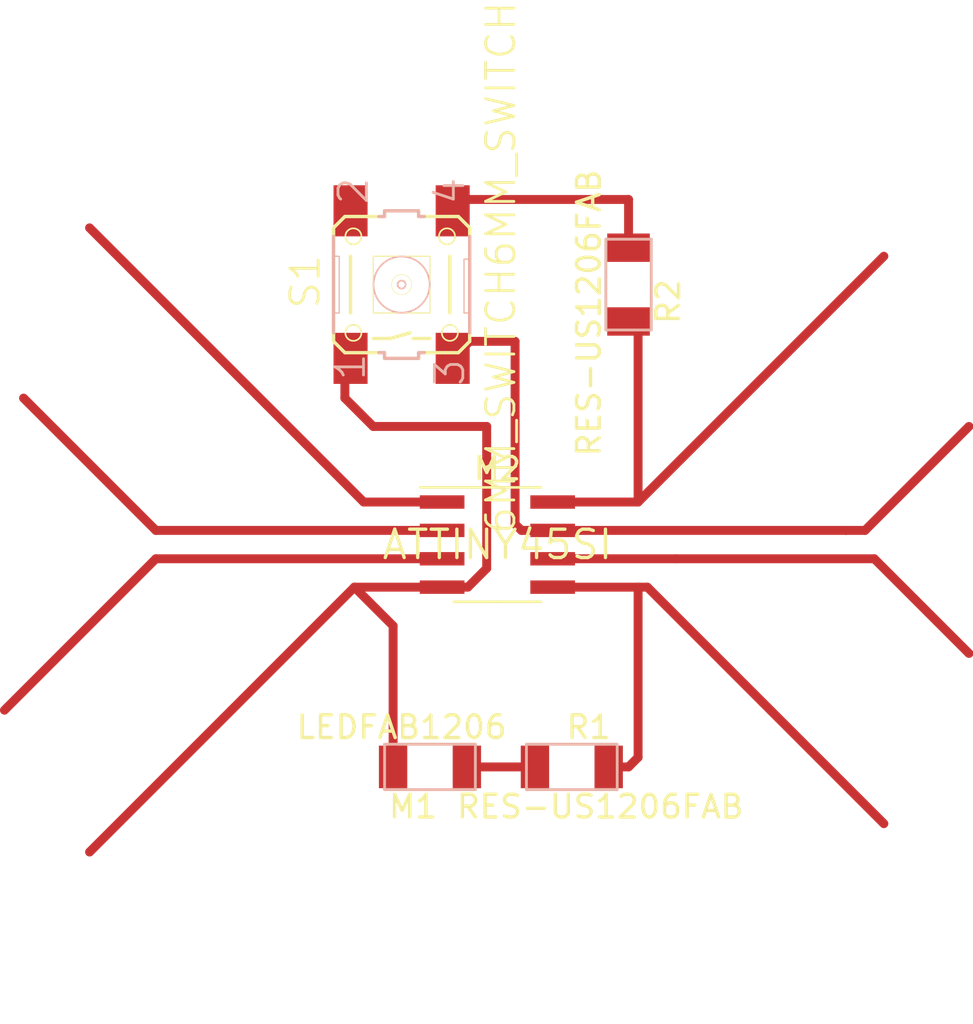
<source format=kicad_pcb>
(kicad_pcb (version 20171130) (host pcbnew "(5.1.9-0-10_14)")

  (general
    (thickness 1.6)
    (drawings 1)
    (tracks 43)
    (zones 0)
    (modules 5)
    (nets 12)
  )

  (page A4)
  (layers
    (0 F.Cu signal)
    (31 B.Cu signal)
    (32 B.Adhes user)
    (33 F.Adhes user)
    (34 B.Paste user)
    (35 F.Paste user)
    (36 B.SilkS user)
    (37 F.SilkS user)
    (38 B.Mask user)
    (39 F.Mask user)
    (40 Dwgs.User user)
    (41 Cmts.User user)
    (42 Eco1.User user)
    (43 Eco2.User user)
    (44 Edge.Cuts user)
    (45 Margin user)
    (46 B.CrtYd user)
    (47 F.CrtYd user)
    (48 B.Fab user)
    (49 F.Fab user)
  )

  (setup
    (last_trace_width 0.5)
    (trace_clearance 0.4)
    (zone_clearance 0.508)
    (zone_45_only no)
    (trace_min 0.4)
    (via_size 0.8)
    (via_drill 0.4)
    (via_min_size 0.4)
    (via_min_drill 0.3)
    (uvia_size 0.3)
    (uvia_drill 0.1)
    (uvias_allowed no)
    (uvia_min_size 0.2)
    (uvia_min_drill 0.1)
    (edge_width 0.05)
    (segment_width 0.2)
    (pcb_text_width 0.3)
    (pcb_text_size 1.5 1.5)
    (mod_edge_width 0.12)
    (mod_text_size 1 1)
    (mod_text_width 0.15)
    (pad_size 1.524 1.524)
    (pad_drill 0.762)
    (pad_to_mask_clearance 0)
    (aux_axis_origin 0 0)
    (visible_elements FFFFFF7F)
    (pcbplotparams
      (layerselection 0x010fc_ffffffff)
      (usegerberextensions false)
      (usegerberattributes true)
      (usegerberadvancedattributes true)
      (creategerberjobfile true)
      (excludeedgelayer true)
      (linewidth 0.100000)
      (plotframeref false)
      (viasonmask false)
      (mode 1)
      (useauxorigin false)
      (hpglpennumber 1)
      (hpglpenspeed 20)
      (hpglpendiameter 15.000000)
      (psnegative false)
      (psa4output false)
      (plotreference true)
      (plotvalue true)
      (plotinvisibletext false)
      (padsonsilk false)
      (subtractmaskfromsilk false)
      (outputformat 1)
      (mirror false)
      (drillshape 1)
      (scaleselection 1)
      (outputdirectory ""))
  )

  (net 0 "")
  (net 1 GND)
  (net 2 "Net-(M2-Pad1)")
  (net 3 "Net-(M2-Pad2)")
  (net 4 "Net-(M2-Pad3)")
  (net 5 "Net-(M2-Pad5)")
  (net 6 "Net-(M2-Pad6)")
  (net 7 7)
  (net 8 "Net-(M2-Pad8)")
  (net 9 "Net-(R2-Pad1)")
  (net 10 "Net-(M1-Pad1)")
  (net 11 "Net-(S1-Pad2)")

  (net_class Default "This is the default net class."
    (clearance 0.4)
    (trace_width 0.5)
    (via_dia 0.8)
    (via_drill 0.4)
    (uvia_dia 0.3)
    (uvia_drill 0.1)
    (diff_pair_width 0.5)
    (diff_pair_gap 0.25)
    (add_net 7)
    (add_net GND)
    (add_net "Net-(M1-Pad1)")
    (add_net "Net-(M2-Pad1)")
    (add_net "Net-(M2-Pad2)")
    (add_net "Net-(M2-Pad3)")
    (add_net "Net-(M2-Pad5)")
    (add_net "Net-(M2-Pad6)")
    (add_net "Net-(M2-Pad8)")
    (add_net "Net-(R2-Pad1)")
    (add_net "Net-(S1-Pad2)")
  )

  (module fab:fab-LED1206FAB (layer F.Cu) (tedit 200000) (tstamp 60425A82)
    (at -469.9 -396.24 180)
    (descr "LED1206 FAB STYLE (SMALLER PADS TO ALLOW TRACE BETWEEN)")
    (tags "LED1206 FAB STYLE (SMALLER PADS TO ALLOW TRACE BETWEEN)")
    (path /60438FE2)
    (attr smd)
    (fp_text reference M1 (at 0.762 -1.778) (layer F.SilkS)
      (effects (font (size 1.016 1.016) (thickness 0.1524)))
    )
    (fp_text value LEDFAB1206 (at 1.27 1.778) (layer F.SilkS)
      (effects (font (size 1.016 1.016) (thickness 0.1524)))
    )
    (fp_line (start -2.032 -1.016) (end 2.032 -1.016) (layer B.SilkS) (width 0.127))
    (fp_line (start 2.032 -1.016) (end 2.032 1.016) (layer B.SilkS) (width 0.127))
    (fp_line (start 2.032 1.016) (end -2.032 1.016) (layer B.SilkS) (width 0.127))
    (fp_line (start -2.032 1.016) (end -2.032 -1.016) (layer B.SilkS) (width 0.127))
    (pad 2 smd rect (at 1.651 0 180) (size 1.27 1.905) (layers F.Cu F.Paste F.Mask)
      (net 1 GND))
    (pad 1 smd rect (at -1.651 0 180) (size 1.27 1.905) (layers F.Cu F.Paste F.Mask)
      (net 10 "Net-(M1-Pad1)"))
  )

  (module fab:fab-6MM_SWITCH (layer F.Cu) (tedit 200000) (tstamp 604254EA)
    (at -471.17 -417.83 90)
    (descr "OMRON SWITCH")
    (tags "OMRON SWITCH")
    (path /6042A3CB)
    (attr smd)
    (fp_text reference S1 (at 0.127 -4.318 90) (layer F.SilkS)
      (effects (font (size 1.27 1.27) (thickness 0.127)))
    )
    (fp_text value 6MM_SWITCH6MM_SWITCH (at 0.762 4.445 90) (layer F.SilkS)
      (effects (font (size 1.27 1.27) (thickness 0.127)))
    )
    (fp_text user 4 (at 4.191 2.159 90) (layer B.SilkS)
      (effects (font (size 1.27 1.27) (thickness 0.127)))
    )
    (fp_text user 3 (at -3.937 2.159 90) (layer B.SilkS)
      (effects (font (size 1.27 1.27) (thickness 0.127)))
    )
    (fp_text user 2 (at 4.191 -2.159 90) (layer B.SilkS)
      (effects (font (size 1.27 1.27) (thickness 0.127)))
    )
    (fp_text user 1 (at -3.683 -2.286 90) (layer B.SilkS)
      (effects (font (size 1.27 1.27) (thickness 0.127)))
    )
    (fp_line (start 3.302 0.762) (end 3.048 0.762) (layer B.SilkS) (width 0.1524))
    (fp_line (start 3.302 0.762) (end 3.302 -0.762) (layer B.SilkS) (width 0.1524))
    (fp_line (start 3.048 -0.762) (end 3.302 -0.762) (layer B.SilkS) (width 0.1524))
    (fp_line (start 3.048 -1.016) (end 3.048 -2.54) (layer F.SilkS) (width 0.1524))
    (fp_line (start -3.302 -0.762) (end -3.048 -0.762) (layer B.SilkS) (width 0.1524))
    (fp_line (start -3.302 -0.762) (end -3.302 0.762) (layer B.SilkS) (width 0.1524))
    (fp_line (start -3.048 0.762) (end -3.302 0.762) (layer B.SilkS) (width 0.1524))
    (fp_line (start 3.048 -2.54) (end 2.54 -3.048) (layer F.SilkS) (width 0.1524))
    (fp_line (start 2.54 3.048) (end 3.048 2.54) (layer F.SilkS) (width 0.1524))
    (fp_line (start 3.048 2.54) (end 3.048 1.016) (layer F.SilkS) (width 0.1524))
    (fp_line (start -2.54 -3.048) (end -3.048 -2.54) (layer F.SilkS) (width 0.1524))
    (fp_line (start -3.048 -2.54) (end -3.048 -1.016) (layer F.SilkS) (width 0.1524))
    (fp_line (start -2.54 3.048) (end -3.048 2.54) (layer F.SilkS) (width 0.1524))
    (fp_line (start -3.048 2.54) (end -3.048 1.016) (layer F.SilkS) (width 0.1524))
    (fp_line (start -1.27 -1.27) (end -1.27 1.27) (layer F.SilkS) (width 0.0508))
    (fp_line (start 1.27 1.27) (end -1.27 1.27) (layer F.SilkS) (width 0.0508))
    (fp_line (start 1.27 1.27) (end 1.27 -1.27) (layer F.SilkS) (width 0.0508))
    (fp_line (start -1.27 -1.27) (end 1.27 -1.27) (layer F.SilkS) (width 0.0508))
    (fp_line (start -1.27 -3.048) (end -1.27 -2.794) (layer B.SilkS) (width 0.0508))
    (fp_line (start 1.27 -2.794) (end -1.27 -2.794) (layer B.SilkS) (width 0.0508))
    (fp_line (start 1.27 -2.794) (end 1.27 -3.048) (layer B.SilkS) (width 0.0508))
    (fp_line (start 1.143 2.794) (end -1.27 2.794) (layer B.SilkS) (width 0.0508))
    (fp_line (start 1.143 2.794) (end 1.143 3.048) (layer B.SilkS) (width 0.0508))
    (fp_line (start -1.27 2.794) (end -1.27 3.048) (layer B.SilkS) (width 0.0508))
    (fp_line (start 2.54 3.048) (end 2.159 3.048) (layer F.SilkS) (width 0.1524))
    (fp_line (start -2.54 3.048) (end -2.159 3.048) (layer F.SilkS) (width 0.1524))
    (fp_line (start -2.159 3.048) (end -1.27 3.048) (layer B.SilkS) (width 0.1524))
    (fp_line (start -2.54 -3.048) (end -2.159 -3.048) (layer F.SilkS) (width 0.1524))
    (fp_line (start 2.54 -3.048) (end 2.159 -3.048) (layer F.SilkS) (width 0.1524))
    (fp_line (start 2.159 -3.048) (end 1.27 -3.048) (layer B.SilkS) (width 0.1524))
    (fp_line (start 1.27 -3.048) (end -1.27 -3.048) (layer B.SilkS) (width 0.1524))
    (fp_line (start -1.27 -3.048) (end -2.159 -3.048) (layer B.SilkS) (width 0.1524))
    (fp_line (start -1.27 3.048) (end 1.143 3.048) (layer B.SilkS) (width 0.1524))
    (fp_line (start 1.143 3.048) (end 2.159 3.048) (layer B.SilkS) (width 0.1524))
    (fp_line (start 3.048 0.762) (end 3.048 1.016) (layer B.SilkS) (width 0.1524))
    (fp_line (start 3.048 -0.762) (end 3.048 -1.016) (layer B.SilkS) (width 0.1524))
    (fp_line (start -3.048 0.762) (end -3.048 1.016) (layer B.SilkS) (width 0.1524))
    (fp_line (start -3.048 -0.762) (end -3.048 -1.016) (layer B.SilkS) (width 0.1524))
    (fp_line (start -1.27 2.159) (end 1.27 2.159) (layer F.SilkS) (width 0.1524))
    (fp_line (start 1.27 -2.286) (end -1.27 -2.286) (layer F.SilkS) (width 0.1524))
    (fp_line (start -2.413 -1.27) (end -2.413 -0.508) (layer F.SilkS) (width 0.1524))
    (fp_line (start -2.413 0.508) (end -2.413 1.27) (layer F.SilkS) (width 0.1524))
    (fp_line (start -2.413 -0.508) (end -2.159 0.381) (layer F.SilkS) (width 0.1524))
    (fp_circle (center 0 0) (end -0.889 0.889) (layer B.SilkS) (width 0.0762))
    (fp_circle (center -2.159 2.159) (end -2.413 2.413) (layer F.SilkS) (width 0.0762))
    (fp_circle (center 2.159 2.032) (end 2.413 2.286) (layer F.SilkS) (width 0.0762))
    (fp_circle (center 2.159 -2.159) (end 2.413 -2.413) (layer F.SilkS) (width 0.0762))
    (fp_circle (center -2.159 -2.159) (end -2.413 -2.413) (layer F.SilkS) (width 0.0762))
    (fp_circle (center 0 0) (end -0.3175 0.3175) (layer F.SilkS) (width 0.0254))
    (fp_circle (center 0 0) (end -0.127 0.127) (layer B.SilkS) (width 0.0762))
    (pad 4 smd rect (at 3.302 2.286 90) (size 2.286 1.524) (layers F.Cu F.Paste F.Mask)
      (net 9 "Net-(R2-Pad1)"))
    (pad 3 smd rect (at -3.302 2.286 90) (size 2.286 1.524) (layers F.Cu F.Paste F.Mask)
      (net 7 7))
    (pad 2 smd rect (at 3.302 -2.286 90) (size 2.286 1.524) (layers F.Cu F.Paste F.Mask)
      (net 11 "Net-(S1-Pad2)"))
    (pad 1 smd rect (at -3.302 -2.286 90) (size 2.286 1.524) (layers F.Cu F.Paste F.Mask)
      (net 1 GND))
  )

  (module fab:fab-R1206FAB (layer F.Cu) (tedit 200000) (tstamp 604254AC)
    (at -461.01 -417.83 270)
    (path /6043378E)
    (attr smd)
    (fp_text reference R2 (at 0.762 -1.778 90) (layer F.SilkS)
      (effects (font (size 1.016 1.016) (thickness 0.1524)))
    )
    (fp_text value RES-US1206FAB (at 1.27 1.778 90) (layer F.SilkS)
      (effects (font (size 1.016 1.016) (thickness 0.1524)))
    )
    (fp_line (start -2.032 -1.016) (end 2.032 -1.016) (layer B.SilkS) (width 0.127))
    (fp_line (start 2.032 -1.016) (end 2.032 1.016) (layer B.SilkS) (width 0.127))
    (fp_line (start 2.032 1.016) (end -2.032 1.016) (layer B.SilkS) (width 0.127))
    (fp_line (start -2.032 1.016) (end -2.032 -1.016) (layer B.SilkS) (width 0.127))
    (pad 2 smd rect (at 1.651 0 270) (size 1.27 1.905) (layers F.Cu F.Paste F.Mask)
      (net 8 "Net-(M2-Pad8)"))
    (pad 1 smd rect (at -1.651 0 270) (size 1.27 1.905) (layers F.Cu F.Paste F.Mask)
      (net 9 "Net-(R2-Pad1)"))
  )

  (module fab:fab-R1206FAB (layer F.Cu) (tedit 200000) (tstamp 604254A2)
    (at -463.55 -396.24)
    (path /60432BE1)
    (attr smd)
    (fp_text reference R1 (at 0.762 -1.778) (layer F.SilkS)
      (effects (font (size 1.016 1.016) (thickness 0.1524)))
    )
    (fp_text value RES-US1206FAB (at 1.27 1.778) (layer F.SilkS)
      (effects (font (size 1.016 1.016) (thickness 0.1524)))
    )
    (fp_line (start -2.032 -1.016) (end 2.032 -1.016) (layer B.SilkS) (width 0.127))
    (fp_line (start 2.032 -1.016) (end 2.032 1.016) (layer B.SilkS) (width 0.127))
    (fp_line (start 2.032 1.016) (end -2.032 1.016) (layer B.SilkS) (width 0.127))
    (fp_line (start -2.032 1.016) (end -2.032 -1.016) (layer B.SilkS) (width 0.127))
    (pad 2 smd rect (at 1.651 0) (size 1.27 1.905) (layers F.Cu F.Paste F.Mask)
      (net 5 "Net-(M2-Pad5)"))
    (pad 1 smd rect (at -1.651 0) (size 1.27 1.905) (layers F.Cu F.Paste F.Mask)
      (net 10 "Net-(M1-Pad1)"))
  )

  (module fab:fab-SOIC-8_3.9x4.9mm_P1.27mm (layer F.Cu) (tedit 5EABE866) (tstamp 60425498)
    (at -466.882 -406.192)
    (descr "SOIC, 8 Pin, fab version")
    (tags "SOIC fab")
    (path /60425862)
    (attr smd)
    (fp_text reference M2 (at 0 -3.4) (layer F.SilkS)
      (effects (font (size 1 1) (thickness 0.15)))
    )
    (fp_text value ATTINY45SI (at 0 0) (layer F.SilkS)
      (effects (font (size 1.27 1.27) (thickness 0.15)))
    )
    (fp_line (start -1.95 -1.475) (end -0.975 -2.45) (layer F.Fab) (width 0.1))
    (fp_line (start -1.95 2.45) (end -1.95 -1.475) (layer F.Fab) (width 0.1))
    (fp_line (start 1.95 2.45) (end -1.95 2.45) (layer F.Fab) (width 0.1))
    (fp_line (start 1.95 -2.45) (end 1.95 2.45) (layer F.Fab) (width 0.1))
    (fp_line (start -0.975 -2.45) (end 1.95 -2.45) (layer F.Fab) (width 0.1))
    (fp_line (start 0 -2.56) (end -3.45 -2.56) (layer F.SilkS) (width 0.12))
    (fp_line (start 0 -2.56) (end 1.95 -2.56) (layer F.SilkS) (width 0.12))
    (fp_line (start 0 2.56) (end -1.95 2.56) (layer F.SilkS) (width 0.12))
    (fp_line (start 0 2.56) (end 1.95 2.56) (layer F.SilkS) (width 0.12))
    (pad 1 smd rect (at -2.475 -1.905) (size 2 0.6) (layers F.Cu)
      (net 2 "Net-(M2-Pad1)"))
    (pad 2 smd rect (at -2.475 -0.635) (size 2 0.6) (layers F.Cu)
      (net 3 "Net-(M2-Pad2)"))
    (pad 3 smd rect (at -2.475 0.635) (size 2 0.6) (layers F.Cu)
      (net 4 "Net-(M2-Pad3)"))
    (pad 4 smd rect (at -2.475 1.905) (size 2 0.6) (layers F.Cu)
      (net 1 GND))
    (pad 5 smd rect (at 2.475 1.905) (size 2 0.6) (layers F.Cu)
      (net 5 "Net-(M2-Pad5)"))
    (pad 6 smd rect (at 2.475 0.635) (size 2 0.6) (layers F.Cu)
      (net 6 "Net-(M2-Pad6)"))
    (pad 7 smd rect (at 2.475 -0.635) (size 2 0.6) (layers F.Cu)
      (net 7 7))
    (pad 8 smd rect (at 2.475 -1.905) (size 2 0.6) (layers F.Cu)
      (net 8 "Net-(M2-Pad8)"))
    (model ${KISYS3DMOD}/Package_SO.3dshapes/SOIC-8_3.9x4.9mm_P1.27mm.wrl
      (at (xyz 0 0 0))
      (scale (xyz 1 1 1))
      (rotate (xyz 0 0 0))
    )
  )

  (gr_circle (center -467.36 -406.4) (end -453.39 -389.89) (layer Dwgs.User) (width 0.15))

  (segment (start -469.357 -404.287) (end -473.283 -404.287) (width 0.4) (layer F.Cu) (net 1))
  (segment (start -473.283 -404.287) (end -485.14 -392.43) (width 0.4) (layer F.Cu) (net 1))
  (segment (start -471.551 -396.24) (end -471.551 -402.555) (width 0.4) (layer F.Cu) (net 1))
  (segment (start -471.551 -402.555) (end -473.283 -404.287) (width 0.4) (layer F.Cu) (net 1))
  (segment (start -473.71 -412.75) (end -473.71 -414.274) (width 0.4) (layer F.Cu) (net 1))
  (segment (start -472.44 -411.48) (end -473.71 -412.75) (width 0.4) (layer F.Cu) (net 1))
  (segment (start -467.36 -411.48) (end -472.44 -411.48) (width 0.4) (layer F.Cu) (net 1))
  (segment (start -467.36 -405.13) (end -467.36 -411.48) (width 0.4) (layer F.Cu) (net 1))
  (segment (start -468.203 -404.287) (end -467.36 -405.13) (width 0.4) (layer F.Cu) (net 1))
  (segment (start -473.71 -414.274) (end -473.456 -414.528) (width 0.4) (layer F.Cu) (net 1))
  (segment (start -469.357 -404.287) (end -468.203 -404.287) (width 0.4) (layer F.Cu) (net 1))
  (segment (start -469.357 -408.097) (end -472.867 -408.097) (width 0.4) (layer F.Cu) (net 2))
  (segment (start -472.867 -408.097) (end -485.14 -420.37) (width 0.4) (layer F.Cu) (net 2))
  (segment (start -469.357 -406.827) (end -482.173 -406.827) (width 0.4) (layer F.Cu) (net 3))
  (segment (start -482.173 -406.827) (end -488.096 -412.75) (width 0.4) (layer F.Cu) (net 3))
  (segment (start -469.357 -405.557) (end -482.173 -405.557) (width 0.4) (layer F.Cu) (net 4))
  (segment (start -482.173 -405.557) (end -488.95 -398.78) (width 0.4) (layer F.Cu) (net 4))
  (segment (start -460.167 -404.287) (end -449.58 -393.7) (width 0.4) (layer F.Cu) (net 5))
  (segment (start -460.583 -404.287) (end -460.583 -396.667) (width 0.4) (layer F.Cu) (net 5))
  (segment (start -464.407 -404.287) (end -460.583 -404.287) (width 0.4) (layer F.Cu) (net 5))
  (segment (start -460.583 -404.287) (end -460.167 -404.287) (width 0.4) (layer F.Cu) (net 5))
  (segment (start -461.01 -396.24) (end -461.899 -396.24) (width 0.4) (layer F.Cu) (net 5))
  (segment (start -460.583 -396.667) (end -461.01 -396.24) (width 0.4) (layer F.Cu) (net 5))
  (segment (start -464.407 -405.557) (end -458.897 -405.557) (width 0.4) (layer F.Cu) (net 6))
  (segment (start -458.897 -405.557) (end -450.007 -405.557) (width 0.4) (layer F.Cu) (net 6))
  (segment (start -450.007 -405.557) (end -445.77 -401.32) (width 0.4) (layer F.Cu) (net 6))
  (segment (start -464.407 -406.827) (end -451.277 -406.827) (width 0.4) (layer F.Cu) (net 7))
  (segment (start -451.277 -406.827) (end -450.423 -406.827) (width 0.4) (layer F.Cu) (net 7))
  (segment (start -450.423 -406.827) (end -445.77 -411.48) (width 0.4) (layer F.Cu) (net 7))
  (segment (start -464.407 -406.827) (end -465.247 -406.827) (width 0.4) (layer F.Cu) (net 7))
  (segment (start -466.09 -415.29) (end -468.122 -415.29) (width 0.4) (layer F.Cu) (net 7))
  (segment (start -468.122 -415.29) (end -468.884 -414.528) (width 0.4) (layer F.Cu) (net 7))
  (segment (start -466.09 -407.11) (end -466.09 -415.29) (width 0.4) (layer F.Cu) (net 7))
  (segment (start -465.807 -406.827) (end -466.09 -407.11) (width 0.4) (layer F.Cu) (net 7))
  (segment (start -464.407 -406.827) (end -465.807 -406.827) (width 0.4) (layer F.Cu) (net 7))
  (segment (start -464.407 -408.097) (end -460.583 -408.097) (width 0.4) (layer F.Cu) (net 8))
  (segment (start -460.583 -415.752) (end -461.01 -416.179) (width 0.4) (layer F.Cu) (net 8))
  (segment (start -460.583 -408.097) (end -460.583 -415.752) (width 0.4) (layer F.Cu) (net 8))
  (segment (start -460.583 -408.097) (end -449.58 -419.1) (width 0.4) (layer F.Cu) (net 8))
  (segment (start -461.01 -419.481) (end -461.01 -421.64) (width 0.4) (layer F.Cu) (net 9))
  (segment (start -468.376 -421.64) (end -468.884 -421.132) (width 0.4) (layer F.Cu) (net 9))
  (segment (start -461.01 -421.64) (end -468.376 -421.64) (width 0.4) (layer F.Cu) (net 9))
  (segment (start -465.201 -396.24) (end -468.249 -396.24) (width 0.4) (layer F.Cu) (net 10))

)

</source>
